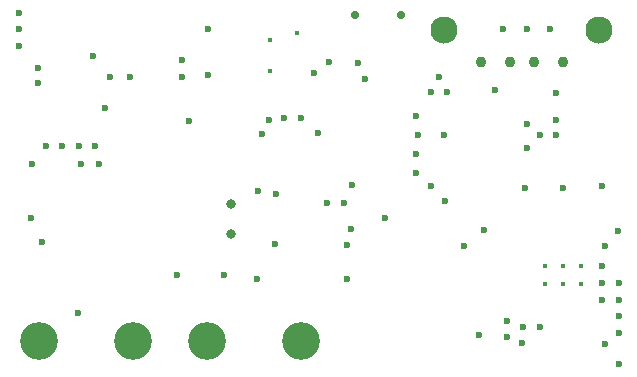
<source format=gbr>
G04 Layer_Color=0*
%FSLAX45Y45*%
%MOMM*%
%TF.FileFunction,Plated,1,2,PTH,Drill*%
%TF.Part,Single*%
G01*
G75*
%TA.AperFunction,ComponentDrill*%
%ADD90C,3.20000*%
%ADD91C,0.80000*%
%ADD92C,0.92000*%
%ADD93C,2.30000*%
%TA.AperFunction,ViaDrill,NotFilled*%
%ADD94C,0.40000*%
%ADD95C,0.60000*%
%ADD96C,0.71120*%
D90*
X12690000Y4560000D02*
D03*
X13489999D02*
D03*
X11270000D02*
D03*
X12070000D02*
D03*
D91*
X12900000Y5717000D02*
D03*
Y5463000D02*
D03*
D92*
X15010001Y6920000D02*
D03*
X15710001D02*
D03*
X15460001D02*
D03*
X15260001D02*
D03*
D93*
X16017000Y7191000D02*
D03*
X14703000D02*
D03*
D94*
X15710001Y5045000D02*
D03*
Y5195000D02*
D03*
X15560001D02*
D03*
Y5045000D02*
D03*
X15860001D02*
D03*
Y5195000D02*
D03*
X13230000Y7110000D02*
D03*
X13225000Y6844999D02*
D03*
X13460001Y7170000D02*
D03*
D95*
X15600008Y7200004D02*
D03*
X15400008D02*
D03*
X15200008D02*
D03*
X14200008Y5600003D02*
D03*
X11600006Y4800003D02*
D03*
X11200006Y5600003D02*
D03*
X11300006Y5400003D02*
D03*
X12440000Y5120000D02*
D03*
X14870000Y5360000D02*
D03*
X13600000Y6830000D02*
D03*
X13880000Y5080000D02*
D03*
X16180000Y4630000D02*
D03*
X16060001Y4530000D02*
D03*
X16180000Y4770000D02*
D03*
Y4910000D02*
D03*
Y5050000D02*
D03*
X16060001Y5360000D02*
D03*
X16039999Y5190000D02*
D03*
X16170000Y5490000D02*
D03*
X16039999Y5870000D02*
D03*
X11830000Y6530000D02*
D03*
X11730000Y6970000D02*
D03*
X11470000Y6210000D02*
D03*
X11330000D02*
D03*
X11610000D02*
D03*
X11750000D02*
D03*
X12540000Y6420000D02*
D03*
X13270000Y5380000D02*
D03*
X15400000Y6400000D02*
D03*
Y6190000D02*
D03*
X15650000Y6430000D02*
D03*
Y6300000D02*
D03*
X15510001D02*
D03*
X15510001Y4680000D02*
D03*
X15370000D02*
D03*
X15360001Y4540000D02*
D03*
X16039999Y5050000D02*
D03*
Y4910000D02*
D03*
X14030000Y6780000D02*
D03*
X13730000Y6920000D02*
D03*
X13970000Y6910000D02*
D03*
X12700000Y6810000D02*
D03*
Y7200000D02*
D03*
X15710001Y5850000D02*
D03*
X15389999D02*
D03*
X15130000Y6680000D02*
D03*
X15650000Y6660000D02*
D03*
X13630000Y6320000D02*
D03*
X13880000Y5370000D02*
D03*
X13910001Y5510000D02*
D03*
X13710001Y5730000D02*
D03*
X13850000D02*
D03*
X13120000Y5080000D02*
D03*
X12839999Y5120000D02*
D03*
X13280000Y5800000D02*
D03*
X13130000Y5830000D02*
D03*
X15039999Y5500000D02*
D03*
X14700000Y6300000D02*
D03*
X14480000D02*
D03*
X14589999Y5870000D02*
D03*
X14710001Y5740000D02*
D03*
X14460001Y6140000D02*
D03*
X14589999Y6670000D02*
D03*
X14460001Y5980000D02*
D03*
Y6460000D02*
D03*
X13489999Y6450000D02*
D03*
X13350000D02*
D03*
X11100000Y7340000D02*
D03*
Y7200000D02*
D03*
Y7060000D02*
D03*
X15230000Y4730000D02*
D03*
Y4590000D02*
D03*
X16180000Y4360000D02*
D03*
X11210000Y6060000D02*
D03*
X11630000D02*
D03*
X11780000D02*
D03*
X12040000Y6790000D02*
D03*
X11870000D02*
D03*
X12480000D02*
D03*
Y6940000D02*
D03*
X11260000Y6740000D02*
D03*
Y6870000D02*
D03*
X14730000Y6670000D02*
D03*
X14660001Y6790000D02*
D03*
X13160001Y6310000D02*
D03*
X13220000Y6430000D02*
D03*
X15000000Y4610000D02*
D03*
X13920000Y5880000D02*
D03*
D96*
X14339999Y7320000D02*
D03*
X13950000D02*
D03*
%TF.MD5,bfd838daf3cba87b98d407d7e86f9c85*%
M02*

</source>
